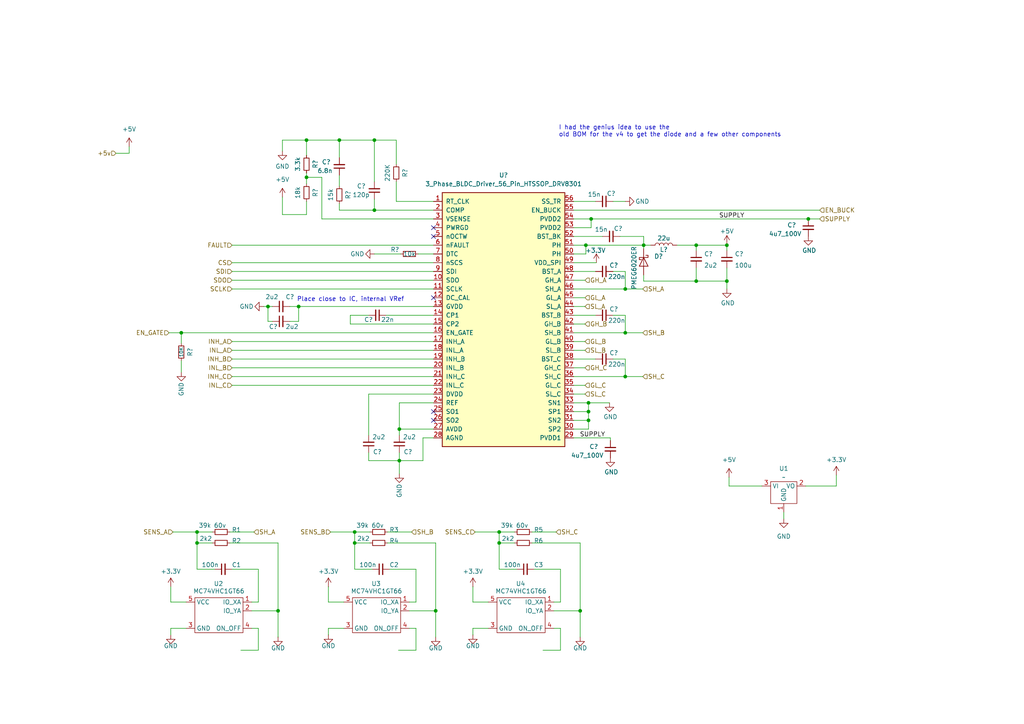
<source format=kicad_sch>
(kicad_sch (version 20231120) (generator "eeschema") (generator_version "8.0")
  (paper "A4")
  (lib_symbols
    (symbol "+3.3V_1" (power) (pin_numbers hide) (pin_names (offset 0) hide)
      (property "Value" "+3.3V" (at 0 3.556 0))
      (symbol "+3.3V_1_0_1"
        (polyline (pts (xy -0.762 1.27) (xy 0 2.54)))
        (polyline (pts (xy 0 0) (xy 0 2.54)))
        (polyline (pts (xy 0 2.54) (xy 0.762 1.27)))
      )
      (symbol "+3.3V_1_1_1"
        (pin power_in line (at 0 0 90) (length 0) (name "~") (number "1"))
      )
    )
    (symbol "+3.3V_2" (power) (pin_numbers hide) (pin_names (offset 0) hide)
      (property "Value" "+3.3V" (at 0 3.556 0))
      (symbol "+3.3V_2_0_1"
        (polyline (pts (xy -0.762 1.27) (xy 0 2.54)))
        (polyline (pts (xy 0 0) (xy 0 2.54)))
        (polyline (pts (xy 0 2.54) (xy 0.762 1.27)))
      )
      (symbol "+3.3V_2_1_1"
        (pin power_in line (at 0 0 90) (length 0) (name "~") (number "1"))
      )
    )
    (symbol "+5V_1" (power) (pin_names (offset 0))
      (property "Value" "+5V_1" (at 0 3.556 0))
      (symbol "+5V_1_0_1"
        (polyline (pts (xy -0.762 1.27) (xy 0 2.54)))
        (polyline (pts (xy 0 0) (xy 0 2.54)))
        (polyline (pts (xy 0 2.54) (xy 0.762 1.27)))
      )
      (symbol "+5V_1_1_1"
        (pin power_in line (at 0 0 90) (length 0) hide (name "+5V") (number "1"))
      )
    )
    (symbol "Analog_Switch:MC74VHC1GT66"
      (property "Reference" "U2" (at -9.652 5.334 0))
      (property "Value" "MC74VHC1GT66" (at -9.525 3.175 0))
      (symbol "MC74VHC1GT66_0_1"
        (rectangle (start -16.51 1.27) (end -2.54 -8.89))
      )
      (symbol "MC74VHC1GT66_1_1"
        (pin input line (at 0 0 180) (length 2.54) (name "IO_XA") (number "1"))
        (pin input line (at 0 -2.54 180) (length 2.54) (name "IO_YA") (number "2"))
        (pin input line (at -19.05 -7.62 0) (length 2.54) (name "GND") (number "3"))
        (pin input line (at 0 -7.62 180) (length 2.54) (name "ON_OFF") (number "4"))
        (pin input line (at -19.05 0 0) (length 2.54) (name "VCC") (number "5"))
      )
    )
    (symbol "Device:C_Small" (pin_numbers hide) (pin_names (offset 0.254) hide)
      (property "Reference" "C" (at 0.254 1.778 0))
      (property "Value" "C_Small" (at 0.254 -2.032 0))
      (symbol "C_Small_0_1"
        (polyline (pts (xy -1.524 -0.508) (xy 1.524 -0.508)) (stroke (width 0.3302)))
        (polyline (pts (xy -1.524 0.508) (xy 1.524 0.508)) (stroke (width 0.3048)))
      )
      (symbol "C_Small_1_1"
        (pin passive line (at 0 2.54 270) (length 2.032) (name "~") (number "1"))
        (pin passive line (at 0 -2.54 90) (length 2.032) (name "~") (number "2"))
      )
    )
    (symbol "Device:L" (pin_numbers hide) (pin_names (offset 1.016) hide)
      (property "Reference" "L" (at -1.27 0 90))
      (property "Value" "L" (at 1.905 0 90))
      (symbol "L_0_1"
        (arc (start 0 -2.54) (mid 0.6323 -1.905) (end 0 -1.27))
        (arc (start 0 -1.27) (mid 0.6323 -0.635) (end 0 0))
        (arc (start 0 0) (mid 0.6323 0.635) (end 0 1.27))
        (arc (start 0 1.27) (mid 0.6323 1.905) (end 0 2.54))
      )
      (symbol "L_1_1"
        (pin passive line (at 0 3.81 270) (length 1.27) (name "1") (number "1"))
        (pin passive line (at 0 -3.81 90) (length 1.27) (name "2") (number "2"))
      )
    )
    (symbol "Device:R_Small" (pin_numbers hide) (pin_names (offset 0.254) hide)
      (property "Reference" "R" (at 0.762 0.508 0))
      (property "Value" "R_Small" (at 0.762 -1.016 0))
      (symbol "R_Small_0_1"
        (rectangle (start -0.762 1.778) (end 0.762 -1.778) (stroke (width 0.2032)))
      )
      (symbol "R_Small_1_1"
        (pin passive line (at 0 2.54 270) (length 0.762) (name "~") (number "1"))
        (pin passive line (at 0 -2.54 90) (length 0.762) (name "~") (number "2"))
      )
    )
    (symbol "Diode:PMEG6020ER" (pin_numbers hide) (pin_names hide)
      (property "Reference" "D" (at 0 2.54 0))
      (property "Value" "PMEG6020ER" (at 0 -2.54 0))
      (symbol "PMEG6020ER_0_1"
        (polyline (pts (xy 1.27 0) (xy -1.27 0)))
        (polyline (pts (xy 1.27 1.27) (xy 1.27 -1.27) (xy -1.27 0) (xy 1.27 1.27)) (stroke (width 0.2032)))
        (polyline (pts (xy -1.905 0.635) (xy -1.905 1.27) (xy -1.27 1.27) (xy -1.27 -1.27) (xy -0.635 -1.27) (xy -0.635 -0.635)) (stroke (width 0.2032)))
      )
      (symbol "PMEG6020ER_1_1"
        (pin passive line (at -3.81 0 0) (length 2.54) (name "K") (number "1"))
        (pin passive line (at 3.81 0 180) (length 2.54) (name "A") (number "2"))
      )
    )
    (symbol "GND_1" (power) (pin_numbers hide) (pin_names (offset 0) hide)
      (property "Value" "GND" (at 0 -3.81 0))
      (symbol "GND_1_0_1"
        (polyline (pts (xy 0 0) (xy 0 -1.27) (xy 1.27 -1.27) (xy 0 -2.54) (xy -1.27 -1.27) (xy 0 -1.27)))
      )
      (symbol "GND_1_1_1"
        (pin power_in line (at 0 0 270) (length 0) (name "~") (number "1"))
      )
    )
    (symbol "GND_2" (power) (pin_numbers hide) (pin_names (offset 0) hide)
      (property "Value" "GND" (at 0 -3.81 0))
      (symbol "GND_2_0_1"
        (polyline (pts (xy 0 0) (xy 0 -1.27) (xy 1.27 -1.27) (xy 0 -2.54) (xy -1.27 -1.27) (xy 0 -1.27)))
      )
      (symbol "GND_2_1_1"
        (pin power_in line (at 0 0 270) (length 0) (name "~") (number "1"))
      )
    )
    (symbol "Regulator_Linear:TC2117-3.3VDBTR"
      (property "Reference" "U" (at 0 2.54 0))
      (symbol "TC2117-3.3VDBTR_0_1"
        (rectangle (start -3.81 0) (end 3.81 -6.35))
      )
      (symbol "TC2117-3.3VDBTR_1_1"
        (pin input line (at 0 -8.89 90) (length 2.54) (name "GND") (number "1"))
        (pin input line (at 6.35 -1.27 180) (length 2.54) (name "VO") (number "2"))
        (pin input line (at -6.35 -1.27 0) (length 2.54) (name "VI") (number "3"))
      )
    )
    (symbol "_teo_ic-other:3_Phase_BLDC_Driver_56_Pin_HTSSOP_DRV8301" (pin_names (offset 1.016))
      (property "Reference" "U" (at -17.78 36.83 0))
      (property "Value" "3_Phase_BLDC_Driver_56_Pin_HTSSOP_DRV8301" (at -17.78 -40.64 0))
      (symbol "3_Phase_BLDC_Driver_56_Pin_HTSSOP_DRV8301_0_1"
        (rectangle (start -17.78 35.56) (end 17.78 -38.1) (stroke (width 0.254)) (fill (type background)))
      )
      (symbol "3_Phase_BLDC_Driver_56_Pin_HTSSOP_DRV8301_1_1"
        (pin input line (at -20.32 33.02 0) (length 2.54) (name "RT_CLK") (number "1"))
        (pin input line (at -20.32 10.16 0) (length 2.54) (name "SDO") (number "10"))
        (pin input line (at -20.32 7.62 0) (length 2.54) (name "SCLK") (number "11"))
        (pin input line (at -20.32 5.08 0) (length 2.54) (name "DC_CAL") (number "12"))
        (pin power_out line (at -20.32 2.54 0) (length 2.54) (name "GVDD") (number "13"))
        (pin bidirectional line (at -20.32 0 0) (length 2.54) (name "CP1") (number "14"))
        (pin bidirectional line (at -20.32 -2.54 0) (length 2.54) (name "CP2") (number "15"))
        (pin input line (at -20.32 -5.08 0) (length 2.54) (name "EN_GATE") (number "16"))
        (pin input line (at -20.32 -7.62 0) (length 2.54) (name "INH_A") (number "17"))
        (pin input line (at -20.32 -10.16 0) (length 2.54) (name "INL_A") (number "18"))
        (pin input line (at -20.32 -12.7 0) (length 2.54) (name "INH_B") (number "19"))
        (pin input line (at -20.32 30.48 0) (length 2.54) (name "COMP") (number "2"))
        (pin input line (at -20.32 -15.24 0) (length 2.54) (name "INL_B") (number "20"))
        (pin input line (at -20.32 -17.78 0) (length 2.54) (name "INH_C") (number "21"))
        (pin input line (at -20.32 -20.32 0) (length 2.54) (name "INL_C") (number "22"))
        (pin power_out line (at -20.32 -22.86 0) (length 2.54) (name "DVDD") (number "23"))
        (pin power_in line (at -20.32 -25.4 0) (length 2.54) (name "REF") (number "24"))
        (pin power_in line (at -20.32 -27.94 0) (length 2.54) (name "SO1") (number "25"))
        (pin power_in line (at -20.32 -30.48 0) (length 2.54) (name "SO2") (number "26"))
        (pin power_in line (at -20.32 -33.02 0) (length 2.54) (name "AVDD") (number "27"))
        (pin power_in line (at -20.32 -35.56 0) (length 2.54) (name "AGND") (number "28"))
        (pin power_in line (at 20.32 -35.56 180) (length 2.54) (name "PVDD1") (number "29"))
        (pin input line (at -20.32 27.94 0) (length 2.54) (name "VSENSE") (number "3"))
        (pin input line (at 20.32 -33.02 180) (length 2.54) (name "SP2") (number "30"))
        (pin input line (at 20.32 -30.48 180) (length 2.54) (name "SN2") (number "31"))
        (pin input line (at 20.32 -27.94 180) (length 2.54) (name "SP1") (number "32"))
        (pin input line (at 20.32 -25.4 180) (length 2.54) (name "SN1") (number "33"))
        (pin bidirectional line (at 20.32 -22.86 180) (length 2.54) (name "SL_C") (number "34"))
        (pin bidirectional line (at 20.32 -20.32 180) (length 2.54) (name "GL_C") (number "35"))
        (pin bidirectional line (at 20.32 -17.78 180) (length 2.54) (name "SH_C") (number "36"))
        (pin bidirectional line (at 20.32 -15.24 180) (length 2.54) (name "GH_C") (number "37"))
        (pin power_out line (at 20.32 -12.7 180) (length 2.54) (name "BST_C") (number "38"))
        (pin bidirectional line (at 20.32 -10.16 180) (length 2.54) (name "SL_B") (number "39"))
        (pin open_collector line (at -20.32 25.4 0) (length 2.54) (name "PWRGD") (number "4"))
        (pin bidirectional line (at 20.32 -7.62 180) (length 2.54) (name "GL_B") (number "40"))
        (pin bidirectional line (at 20.32 -5.08 180) (length 2.54) (name "SH_B") (number "41"))
        (pin bidirectional line (at 20.32 -2.54 180) (length 2.54) (name "GH_B") (number "42"))
        (pin power_out line (at 20.32 0 180) (length 2.54) (name "BST_B") (number "43"))
        (pin bidirectional line (at 20.32 2.54 180) (length 2.54) (name "SL_A") (number "44"))
        (pin bidirectional line (at 20.32 5.08 180) (length 2.54) (name "GL_A") (number "45"))
        (pin bidirectional line (at 20.32 7.62 180) (length 2.54) (name "SH_A") (number "46"))
        (pin bidirectional line (at 20.32 10.16 180) (length 2.54) (name "GH_A") (number "47"))
        (pin power_out line (at 20.32 12.7 180) (length 2.54) (name "BST_A") (number "48"))
        (pin power_in line (at 20.32 15.24 180) (length 2.54) (name "VDD_SPI") (number "49"))
        (pin open_collector line (at -20.32 22.86 0) (length 2.54) (name "nOCTW") (number "5"))
        (pin power_out line (at 20.32 17.78 180) (length 2.54) (name "PH") (number "50"))
        (pin power_out line (at 20.32 20.32 180) (length 2.54) (name "PH") (number "51"))
        (pin power_out line (at 20.32 22.86 180) (length 2.54) (name "BST_BK") (number "52"))
        (pin power_in line (at 20.32 25.4 180) (length 2.54) (name "PVDD2") (number "53"))
        (pin power_in line (at 20.32 27.94 180) (length 2.54) (name "PVDD2") (number "54"))
        (pin input line (at 20.32 30.48 180) (length 2.54) (name "EN_BUCK") (number "55"))
        (pin power_out line (at 20.32 33.02 180) (length 2.54) (name "SS_TR") (number "56"))
        (pin open_collector line (at -20.32 20.32 0) (length 2.54) (name "nFAULT") (number "6"))
        (pin input line (at -20.32 17.78 0) (length 2.54) (name "DTC") (number "7"))
        (pin power_in line (at -20.32 15.24 0) (length 2.54) (name "nSCS") (number "8"))
        (pin input line (at -20.32 12.7 0) (length 2.54) (name "SDI") (number "9"))
      )
    )
    (symbol "power:+3.3V" (power) (pin_names (offset 0))
      (property "Value" "+3.3V" (at 0 3.556 0))
      (symbol "+3.3V_0_1"
        (polyline (pts (xy -0.762 1.27) (xy 0 2.54)))
        (polyline (pts (xy 0 0) (xy 0 2.54)))
        (polyline (pts (xy 0 2.54) (xy 0.762 1.27)))
      )
      (symbol "+3.3V_1_1"
        (pin power_in line (at 0 0 90) (length 0) hide (name "+3.3V") (number "1"))
      )
    )
    (symbol "power:+5V" (power) (pin_names (offset 0))
      (property "Value" "+5V" (at 0 3.556 0))
      (symbol "+5V_0_1"
        (polyline (pts (xy -0.762 1.27) (xy 0 2.54)))
        (polyline (pts (xy 0 0) (xy 0 2.54)))
        (polyline (pts (xy 0 2.54) (xy 0.762 1.27)))
      )
      (symbol "+5V_1_1"
        (pin power_in line (at 0 0 90) (length 0) hide (name "+5V") (number "1"))
      )
    )
    (symbol "power:GND" (power) (pin_names (offset 0))
      (property "Value" "GND" (at 0 -3.81 0))
      (symbol "GND_0_1"
        (polyline (pts (xy 0 0) (xy 0 -1.27) (xy 1.27 -1.27) (xy 0 -2.54) (xy -1.27 -1.27) (xy 0 -1.27)))
      )
      (symbol "GND_1_1"
        (pin power_in line (at 0 0 270) (length 0) hide (name "GND") (number "1"))
      )
    )
  )
  (junction (at 98.425 40.64))
  (junction (at 170.688 121.92))
  (junction (at 88.9 51.435))
  (junction (at 77.724 88.9))
  (junction (at 201.93 71.12))
  (junction (at 57.15 154.305))
  (junction (at 102.87 154.305))
  (junction (at 108.585 60.96))
  (junction (at 144.78 157.48))
  (junction (at 115.824 133.604))
  (junction (at 108.585 40.64))
  (junction (at 170.688 119.38))
  (junction (at 171.45 63.5))
  (junction (at 181.356 109.22))
  (junction (at 169.926 71.12))
  (junction (at 168.275 177.165))
  (junction (at 88.9 40.64))
  (junction (at 57.15 157.48))
  (junction (at 181.356 83.82))
  (junction (at 126.365 177.165))
  (junction (at 102.87 157.48))
  (junction (at 80.645 177.165))
  (junction (at 86.614 88.9))
  (junction (at 52.578 96.52))
  (junction (at 201.93 81.534))
  (junction (at 115.824 124.46))
  (junction (at 210.82 81.534))
  (junction (at 186.69 71.12))
  (junction (at 210.82 71.12))
  (junction (at 234.442 63.5))
  (junction (at 170.688 116.84))
  (junction (at 144.78 154.305))
  (junction (at 181.356 96.52))
  (no_connect (at 125.73 86.36))
  (no_connect (at 125.73 121.92))
  (no_connect (at 125.73 68.58))
  (no_connect (at 125.73 66.04))
  (no_connect (at 125.73 119.38))
  (wire (pts (xy 227.33 148.59) (xy 227.33 150.495)))
  (wire (pts (xy 102.87 154.305) (xy 102.87 157.48)))
  (wire (pts (xy 166.37 119.38) (xy 170.688 119.38)))
  (wire (pts (xy 170.688 121.92) (xy 170.688 124.46)))
  (wire (pts (xy 102.87 165.1) (xy 102.87 157.48)))
  (wire (pts (xy 154.305 157.48) (xy 168.275 157.48)))
  (wire (pts (xy 166.37 81.28) (xy 169.672 81.28)))
  (wire (pts (xy 166.37 91.44) (xy 172.72 91.44)))
  (wire (pts (xy 171.45 63.5) (xy 166.37 63.5)))
  (wire (pts (xy 210.82 72.644) (xy 210.82 71.12)))
  (wire (pts (xy 74.93 182.245) (xy 74.93 188.595)))
  (wire (pts (xy 67.31 111.76) (xy 125.73 111.76)))
  (wire (pts (xy 181.356 96.52) (xy 181.356 91.44)))
  (wire (pts (xy 186.69 71.12) (xy 186.69 72.136)))
  (wire (pts (xy 171.45 63.5) (xy 234.442 63.5)))
  (wire (pts (xy 81.915 40.64) (xy 81.915 43.815)))
  (wire (pts (xy 98.425 40.64) (xy 108.585 40.64)))
  (wire (pts (xy 210.82 70.866) (xy 210.82 71.12)))
  (wire (pts (xy 106.934 126.238) (xy 106.934 114.3)))
  (wire (pts (xy 98.425 59.055) (xy 98.425 60.96)))
  (wire (pts (xy 118.745 177.165) (xy 126.365 177.165)))
  (wire (pts (xy 181.356 109.22) (xy 186.436 109.22)))
  (wire (pts (xy 81.915 57.15) (xy 81.915 62.23)))
  (wire (pts (xy 166.37 88.9) (xy 169.672 88.9)))
  (wire (pts (xy 170.688 119.38) (xy 170.688 116.84)))
  (wire (pts (xy 57.15 154.305) (xy 57.15 157.48)))
  (wire (pts (xy 62.23 165.1) (xy 57.15 165.1)))
  (wire (pts (xy 126.365 157.48) (xy 126.365 177.165)))
  (wire (pts (xy 149.225 154.305) (xy 144.78 154.305)))
  (wire (pts (xy 162.56 182.245) (xy 162.56 188.595)))
  (wire (pts (xy 210.82 71.12) (xy 201.93 71.12)))
  (wire (pts (xy 108.585 40.64) (xy 114.935 40.64)))
  (wire (pts (xy 115.824 133.604) (xy 115.824 137.414)))
  (wire (pts (xy 234.442 63.5) (xy 237.744 63.5)))
  (wire (pts (xy 201.93 71.12) (xy 201.93 72.644)))
  (wire (pts (xy 52.578 96.52) (xy 52.578 99.568)))
  (wire (pts (xy 157.48 188.595) (xy 162.56 188.595)))
  (wire (pts (xy 115.824 133.604) (xy 122.682 133.604)))
  (wire (pts (xy 160.655 182.245) (xy 162.56 182.245)))
  (wire (pts (xy 171.45 66.04) (xy 171.45 63.5)))
  (wire (pts (xy 88.9 51.435) (xy 93.345 51.435)))
  (wire (pts (xy 101.6 91.44) (xy 101.6 93.98)))
  (wire (pts (xy 166.37 109.22) (xy 181.356 109.22)))
  (wire (pts (xy 179.832 68.58) (xy 186.69 68.58)))
  (wire (pts (xy 181.356 104.14) (xy 177.8 104.14)))
  (wire (pts (xy 186.69 71.12) (xy 188.722 71.12)))
  (wire (pts (xy 186.69 79.756) (xy 186.69 81.534)))
  (wire (pts (xy 166.37 104.14) (xy 172.72 104.14)))
  (wire (pts (xy 170.688 116.84) (xy 176.784 116.84)))
  (wire (pts (xy 108.585 73.66) (xy 116.205 73.66)))
  (wire (pts (xy 141.605 174.625) (xy 137.16 174.625)))
  (wire (pts (xy 88.9 58.42) (xy 88.9 62.23)))
  (wire (pts (xy 52.578 96.52) (xy 125.73 96.52)))
  (wire (pts (xy 166.37 93.98) (xy 169.672 93.98)))
  (wire (pts (xy 33.655 44.45) (xy 37.465 44.45)))
  (wire (pts (xy 166.37 83.82) (xy 181.356 83.82)))
  (wire (pts (xy 69.85 188.595) (xy 74.93 188.595)))
  (wire (pts (xy 77.724 88.9) (xy 76.454 88.9)))
  (wire (pts (xy 125.73 127) (xy 122.682 127)))
  (wire (pts (xy 144.78 165.1) (xy 144.78 157.48)))
  (wire (pts (xy 57.15 157.48) (xy 61.595 157.48)))
  (wire (pts (xy 137.795 154.305) (xy 144.78 154.305)))
  (wire (pts (xy 80.645 157.48) (xy 80.645 177.165)))
  (wire (pts (xy 181.356 83.82) (xy 186.436 83.82)))
  (wire (pts (xy 186.69 81.534) (xy 201.93 81.534)))
  (wire (pts (xy 196.342 71.12) (xy 201.93 71.12)))
  (wire (pts (xy 107.315 154.305) (xy 102.87 154.305)))
  (wire (pts (xy 67.31 78.74) (xy 125.73 78.74)))
  (wire (pts (xy 186.69 68.58) (xy 186.69 71.12)))
  (wire (pts (xy 99.695 174.625) (xy 95.25 174.625)))
  (wire (pts (xy 166.37 66.04) (xy 171.45 66.04)))
  (wire (pts (xy 166.37 114.3) (xy 169.672 114.3)))
  (wire (pts (xy 120.65 182.245) (xy 120.65 188.595)))
  (wire (pts (xy 86.614 93.218) (xy 86.614 88.9)))
  (wire (pts (xy 166.37 86.36) (xy 169.672 86.36)))
  (wire (pts (xy 61.595 154.305) (xy 57.15 154.305)))
  (wire (pts (xy 49.022 96.52) (xy 52.578 96.52)))
  (wire (pts (xy 201.93 77.724) (xy 201.93 81.534)))
  (wire (pts (xy 106.934 133.604) (xy 106.934 131.318)))
  (wire (pts (xy 88.9 40.64) (xy 81.915 40.64)))
  (wire (pts (xy 95.25 170.18) (xy 95.25 174.625)))
  (wire (pts (xy 162.56 174.625) (xy 162.56 165.1)))
  (wire (pts (xy 93.345 63.5) (xy 125.73 63.5)))
  (wire (pts (xy 125.73 116.84) (xy 115.824 116.84)))
  (wire (pts (xy 154.305 154.305) (xy 161.29 154.305)))
  (wire (pts (xy 88.9 62.23) (xy 81.915 62.23)))
  (wire (pts (xy 162.56 165.1) (xy 154.94 165.1)))
  (wire (pts (xy 52.578 104.648) (xy 52.578 107.95)))
  (wire (pts (xy 95.25 182.245) (xy 99.695 182.245)))
  (wire (pts (xy 67.31 81.28) (xy 125.73 81.28)))
  (wire (pts (xy 166.37 111.76) (xy 169.672 111.76)))
  (wire (pts (xy 115.57 188.595) (xy 120.65 188.595)))
  (wire (pts (xy 115.824 133.604) (xy 106.934 133.604)))
  (wire (pts (xy 49.53 170.18) (xy 49.53 174.625)))
  (wire (pts (xy 112.395 157.48) (xy 126.365 157.48)))
  (wire (pts (xy 210.82 77.724) (xy 210.82 81.534)))
  (wire (pts (xy 88.9 51.435) (xy 88.9 53.34)))
  (wire (pts (xy 137.16 184.15) (xy 137.16 182.245)))
  (wire (pts (xy 125.73 58.42) (xy 114.935 58.42)))
  (wire (pts (xy 168.275 177.165) (xy 168.275 184.785)))
  (wire (pts (xy 166.37 68.58) (xy 174.752 68.58)))
  (wire (pts (xy 74.93 165.1) (xy 67.31 165.1)))
  (wire (pts (xy 106.934 91.44) (xy 101.6 91.44)))
  (wire (pts (xy 95.885 154.305) (xy 102.87 154.305)))
  (wire (pts (xy 67.31 104.14) (xy 125.73 104.14)))
  (wire (pts (xy 107.95 165.1) (xy 102.87 165.1)))
  (wire (pts (xy 181.356 96.52) (xy 186.436 96.52)))
  (wire (pts (xy 73.025 182.245) (xy 74.93 182.245)))
  (wire (pts (xy 53.975 174.625) (xy 49.53 174.625)))
  (wire (pts (xy 169.926 71.12) (xy 169.926 73.66)))
  (wire (pts (xy 50.165 154.305) (xy 57.15 154.305)))
  (wire (pts (xy 67.31 109.22) (xy 125.73 109.22)))
  (wire (pts (xy 80.645 177.165) (xy 80.645 184.785)))
  (wire (pts (xy 98.425 40.64) (xy 88.9 40.64)))
  (wire (pts (xy 78.994 88.9) (xy 77.724 88.9)))
  (wire (pts (xy 86.614 88.9) (xy 125.73 88.9)))
  (wire (pts (xy 122.682 127) (xy 122.682 133.604)))
  (wire (pts (xy 211.455 140.97) (xy 220.98 140.97)))
  (wire (pts (xy 74.93 174.625) (xy 74.93 165.1)))
  (wire (pts (xy 118.745 174.625) (xy 120.65 174.625)))
  (wire (pts (xy 137.16 182.245) (xy 141.605 182.245)))
  (wire (pts (xy 166.37 78.74) (xy 172.72 78.74)))
  (wire (pts (xy 95.25 184.15) (xy 95.25 182.245)))
  (wire (pts (xy 88.9 45.085) (xy 88.9 40.64)))
  (wire (pts (xy 181.356 91.44) (xy 177.8 91.44)))
  (wire (pts (xy 168.275 157.48) (xy 168.275 177.165)))
  (wire (pts (xy 144.78 157.48) (xy 149.225 157.48)))
  (wire (pts (xy 77.724 93.218) (xy 78.994 93.218)))
  (wire (pts (xy 86.614 93.218) (xy 84.074 93.218)))
  (wire (pts (xy 108.585 60.96) (xy 125.73 60.96)))
  (wire (pts (xy 108.585 57.785) (xy 108.585 60.96)))
  (wire (pts (xy 166.37 99.06) (xy 169.672 99.06)))
  (wire (pts (xy 115.824 116.84) (xy 115.824 124.46)))
  (wire (pts (xy 166.37 116.84) (xy 170.688 116.84)))
  (wire (pts (xy 66.675 157.48) (xy 80.645 157.48)))
  (wire (pts (xy 233.68 140.97) (xy 242.57 140.97)))
  (wire (pts (xy 66.675 154.305) (xy 73.66 154.305)))
  (wire (pts (xy 166.37 121.92) (xy 170.688 121.92)))
  (wire (pts (xy 121.285 73.66) (xy 125.73 73.66)))
  (wire (pts (xy 242.57 137.795) (xy 242.57 140.97)))
  (wire (pts (xy 120.65 165.1) (xy 113.03 165.1)))
  (wire (pts (xy 98.425 60.96) (xy 108.585 60.96)))
  (wire (pts (xy 112.014 91.44) (xy 125.73 91.44)))
  (wire (pts (xy 201.93 81.534) (xy 210.82 81.534)))
  (wire (pts (xy 177.8 58.42) (xy 181.356 58.42)))
  (wire (pts (xy 144.78 154.305) (xy 144.78 157.48)))
  (wire (pts (xy 37.465 44.45) (xy 37.465 42.545)))
  (wire (pts (xy 114.935 58.42) (xy 114.935 52.705)))
  (wire (pts (xy 57.15 165.1) (xy 57.15 157.48)))
  (wire (pts (xy 115.824 124.46) (xy 115.824 126.238)))
  (wire (pts (xy 166.37 127) (xy 177.038 127)))
  (wire (pts (xy 118.745 182.245) (xy 120.65 182.245)))
  (wire (pts (xy 166.37 124.46) (xy 170.688 124.46)))
  (wire (pts (xy 166.37 58.42) (xy 172.72 58.42)))
  (wire (pts (xy 98.425 40.64) (xy 98.425 45.72)))
  (wire (pts (xy 169.926 71.12) (xy 186.69 71.12)))
  (wire (pts (xy 170.688 119.38) (xy 170.688 121.92)))
  (wire (pts (xy 166.37 71.12) (xy 169.926 71.12)))
  (wire (pts (xy 93.345 51.435) (xy 93.345 63.5)))
  (wire (pts (xy 84.074 88.9) (xy 86.614 88.9)))
  (wire (pts (xy 98.425 50.8) (xy 98.425 53.975)))
  (wire (pts (xy 177.038 127) (xy 177.038 127.762)))
  (wire (pts (xy 166.37 73.66) (xy 169.926 73.66)))
  (wire (pts (xy 106.934 114.3) (xy 125.73 114.3)))
  (wire (pts (xy 166.37 106.68) (xy 169.672 106.68)))
  (wire (pts (xy 88.9 50.165) (xy 88.9 51.435)))
  (wire (pts (xy 166.37 96.52) (xy 181.356 96.52)))
  (wire (pts (xy 160.655 177.165) (xy 168.275 177.165)))
  (wire (pts (xy 114.935 47.625) (xy 114.935 40.64)))
  (wire (pts (xy 49.53 184.15) (xy 49.53 182.245)))
  (wire (pts (xy 67.31 99.06) (xy 125.73 99.06)))
  (wire (pts (xy 181.356 109.22) (xy 181.356 104.14)))
  (wire (pts (xy 67.31 76.2) (xy 125.73 76.2)))
  (wire (pts (xy 149.86 165.1) (xy 144.78 165.1)))
  (wire (pts (xy 115.824 133.604) (xy 115.824 131.318)))
  (wire (pts (xy 120.65 174.625) (xy 120.65 165.1)))
  (wire (pts (xy 49.53 182.245) (xy 53.975 182.245)))
  (wire (pts (xy 73.025 174.625) (xy 74.93 174.625)))
  (wire (pts (xy 67.31 106.68) (xy 125.73 106.68)))
  (wire (pts (xy 211.455 138.43) (xy 211.455 140.97)))
  (wire (pts (xy 137.16 170.18) (xy 137.16 174.625)))
  (wire (pts (xy 67.31 71.12) (xy 125.73 71.12)))
  (wire (pts (xy 237.744 60.96) (xy 166.37 60.96)))
  (wire (pts (xy 101.6 93.98) (xy 125.73 93.98)))
  (wire (pts (xy 181.356 78.74) (xy 177.8 78.74)))
  (wire (pts (xy 73.025 177.165) (xy 80.645 177.165)))
  (wire (pts (xy 67.31 101.6) (xy 125.73 101.6)))
  (wire (pts (xy 166.37 101.6) (xy 169.672 101.6)))
  (wire (pts (xy 210.82 81.534) (xy 210.82 83.82)))
  (wire (pts (xy 166.37 76.2) (xy 172.974 76.2)))
  (wire (pts (xy 102.87 157.48) (xy 107.315 157.48)))
  (wire (pts (xy 67.31 83.82) (xy 125.73 83.82)))
  (wire (pts (xy 160.655 174.625) (xy 162.56 174.625)))
  (wire (pts (xy 112.395 154.305) (xy 119.38 154.305)))
  (wire (pts (xy 108.585 40.64) (xy 108.585 52.705)))
  (wire (pts (xy 115.824 124.46) (xy 125.73 124.46)))
  (wire (pts (xy 126.365 177.165) (xy 126.365 184.785)))
  (wire (pts (xy 181.356 83.82) (xy 181.356 78.74)))
  (wire (pts (xy 77.724 88.9) (xy 77.724 93.218)))
  (text "Place close to IC, internal VRef" (at 86.106 87.63 0) (effects (font (size 1.27 1.27)) (justify left bottom)))
  (text "I had the genius idea to use the \nold BOM for the v4 to get the diode and a few other components\n" (at 162.052 39.878 0) (effects (font (size 1.27 1.27)) (justify left bottom)))
  (label "SUPPLY" (at 208.534 63.5 0))
  (label "SUPPLY" (at 168.148 127 0))
  (hierarchical_label "CS" (shape input) (at 67.31 76.2 180))
  (hierarchical_label "SUPPLY" (shape input) (at 237.744 63.5 0))
  (hierarchical_label "SENS_B" (shape input) (at 95.885 154.305 180))
  (hierarchical_label "FAULT" (shape input) (at 67.31 71.12 180))
  (hierarchical_label "SDO" (shape input) (at 67.31 81.28 180))
  (hierarchical_label "SL_A" (shape input) (at 169.672 88.9 0))
  (hierarchical_label "SH_C" (shape input) (at 186.436 109.22 0))
  (hierarchical_label "SH_C" (shape input) (at 161.29 154.305 0))
  (hierarchical_label "INL_B" (shape input) (at 67.31 106.68 180))
  (hierarchical_label "SDI" (shape input) (at 67.31 78.74 180))
  (hierarchical_label "GL_B" (shape input) (at 169.672 99.06 0))
  (hierarchical_label "SH_A" (shape input) (at 186.436 83.82 0))
  (hierarchical_label "INH_C" (shape input) (at 67.31 109.22 180))
  (hierarchical_label "GH_B" (shape input) (at 169.672 93.98 0))
  (hierarchical_label "SH_B" (shape input) (at 119.38 154.305 0))
  (hierarchical_label "+5v" (shape input) (at 33.655 44.45 180))
  (hierarchical_label "SCLK" (shape input) (at 67.31 83.82 180))
  (hierarchical_label "INH_B" (shape input) (at 67.31 104.14 180))
  (hierarchical_label "EN_BUCK" (shape input) (at 237.744 60.96 0))
  (hierarchical_label "INL_A" (shape input) (at 67.31 101.6 180))
  (hierarchical_label "GL_A" (shape input) (at 169.672 86.36 0))
  (hierarchical_label "SH_B" (shape input) (at 186.436 96.52 0))
  (hierarchical_label "INL_C" (shape input) (at 67.31 111.76 180))
  (hierarchical_label "SL_C" (shape input) (at 169.672 114.3 0))
  (hierarchical_label "EN_GATE" (shape input) (at 49.022 96.52 180))
  (hierarchical_label "GL_C" (shape input) (at 169.672 111.76 0))
  (hierarchical_label "GH_C" (shape input) (at 169.672 106.68 0))
  (hierarchical_label "SENS_C" (shape input) (at 137.795 154.305 180))
  (hierarchical_label "SENS_A" (shape input) (at 50.165 154.305 180))
  (hierarchical_label "GH_A" (shape input) (at 169.672 81.28 0))
  (hierarchical_label "INH_A" (shape input) (at 67.31 99.06 180))
  (hierarchical_label "SL_B" (shape input) (at 169.672 101.6 0))
  (hierarchical_label "SH_A" (shape input) (at 73.66 154.305 0))
  (symbol (lib_id "Device:C_Small") (at 234.442 66.04 0) (mirror y) (unit 1)
    (property "Reference" "C?" (at 228.346 65.278 0) (effects (justify right)))
    (property "Value" "4u7_100V" (at 223.012 67.818 0) (effects (justify right)))
    (property "Footprint" "Capacitor_SMD:C_0603_1608Metric_Pad1.08x0.95mm_HandSolder" (effects (hide yes)))
  )
  (symbol (lib_id "Device:C_Small") (at 177.038 130.302 0) (mirror y) (unit 1)
    (property "Reference" "C?" (at 170.942 129.54 0) (effects (justify right)))
    (property "Value" "4u7_100V" (at 165.608 132.08 0) (effects (justify right)))
    (property "Footprint" "Capacitor_SMD:C_0603_1608Metric_Pad1.08x0.95mm_HandSolder" (effects (hide yes)))
  )
  (symbol (lib_id "power:GND") (at 176.784 116.84 0) (unit 1)
    (property "Reference" "#PWR?" (effects (hide yes)))
    (property "Value" "GND" (at 175.006 120.904 0) (effects (justify left)))
  )
  (symbol (lib_id "Device:C_Small") (at 152.4 165.1 90) (unit 1)
    (property "Reference" "C3" (at 156.21 163.83 90))
    (property "Value" "100n" (at 148.59 163.83 90))
    (property "Description" "Unpolarized capacitor, small symbol" (effects (hide yes)))
  )
  (symbol (lib_id "Device:C_Small") (at 81.534 88.9 90) (unit 1)
    (property "Reference" "C?" (at 82.804 86.106 90) (effects (justify right)))
    (property "Value" "2u2" (at 76.962 86.106 90) (effects (justify right)))
    (property "Footprint" "Capacitor_SMD:C_0603_1608Metric_Pad1.08x0.95mm_HandSolder" (effects (hide yes)))
  )
  (symbol (lib_id "power:GND") (at 177.038 132.842 0) (unit 1)
    (property "Reference" "#PWR?" (effects (hide yes)))
    (property "Value" "GND" (at 175.26 136.906 0) (effects (justify left)))
  )
  (symbol (lib_name "GND_1") (lib_id "power:GND") (at 95.25 184.15 0) (unit 1)
    (property "Reference" "#PWR08" (effects (hide yes)))
    (property "Value" "GND" (at 95.25 187.325 0))
    (property "Description" "Power symbol creates a global label with name \"GND\" , ground" (effects (hide yes)))
  )
  (symbol (lib_name "GND_1") (lib_id "power:GND") (at 126.365 184.785 0) (unit 1)
    (property "Reference" "#PWR09" (effects (hide yes)))
    (property "Value" "GND" (at 126.365 187.96 0))
    (property "Description" "Power symbol creates a global label with name \"GND\" , ground" (effects (hide yes)))
  )
  (symbol (lib_id "Device:C_Small") (at 175.26 58.42 270) (mirror x) (unit 1)
    (property "Reference" "C?" (at 178.562 56.134 90) (effects (justify right)))
    (property "Value" "15n" (at 174.244 56.388 90) (effects (justify right)))
    (property "Footprint" "Capacitor_SMD:C_0603_1608Metric_Pad1.08x0.95mm_HandSolder" (effects (hide yes)))
  )
  (symbol (lib_id "Device:R_Small") (at 109.855 157.48 90) (unit 1)
    (property "Reference" "R4" (at 114.3 156.845 90))
    (property "Value" "2k2" (at 105.41 156.21 90))
    (property "Description" "Resistor, small symbol" (effects (hide yes)))
  )
  (symbol (lib_id "power:+5V") (at 37.465 42.545 0) (unit 1)
    (property "Reference" "#PWR?" (effects (hide yes)))
    (property "Value" "+5V" (at 37.465 37.465 0))
  )
  (symbol (lib_id "Device:C_Small") (at 175.26 91.44 270) (mirror x) (unit 1)
    (property "Reference" "C?" (at 179.324 89.662 90) (effects (justify right)))
    (property "Value" "220n" (at 181.356 92.964 90) (effects (justify right)))
    (property "Footprint" "Capacitor_SMD:C_0603_1608Metric_Pad1.08x0.95mm_HandSolder" (effects (hide yes)))
  )
  (symbol (lib_name "GND_1") (lib_id "power:GND") (at 80.645 184.785 0) (unit 1)
    (property "Reference" "#PWR01" (effects (hide yes)))
    (property "Value" "GND" (at 80.645 187.96 0))
    (property "Description" "Power symbol creates a global label with name \"GND\" , ground" (effects (hide yes)))
  )
  (symbol (lib_name "+3.3V_1") (lib_id "power:+3.3V") (at 242.57 137.795 0) (unit 1)
    (property "Reference" "#PWR05" (effects (hide yes)))
    (property "Value" "+3.3V" (at 242.57 133.35 0))
    (property "Description" "Power symbol creates a global label with name \"+3.3V\"" (effects (hide yes)))
  )
  (symbol (lib_id "power:+3.3V") (at 172.974 76.2 0) (unit 1)
    (property "Reference" "#PWR?" (effects (hide yes)))
    (property "Value" "+3.3V" (at 172.72 72.644 0))
  )
  (symbol (lib_id "power:GND") (at 108.585 73.66 270) (unit 1)
    (property "Reference" "#PWR?" (effects (hide yes)))
    (property "Value" "GND" (at 101.6 73.66 90) (effects (justify left)))
  )
  (symbol (lib_name "+3.3V_2") (lib_id "power:+3.3V") (at 137.16 170.18 0) (unit 1)
    (property "Reference" "#PWR010" (effects (hide yes)))
    (property "Value" "+3.3V" (at 137.16 165.735 0))
    (property "Description" "Power symbol creates a global label with name \"+3.3V\"" (effects (hide yes)))
  )
  (symbol (lib_id "Device:L") (at 192.532 71.12 90) (unit 1)
    (property "Reference" "L?" (at 192.532 72.39 90))
    (property "Value" "22u" (at 192.532 69.088 90))
  )
  (symbol (lib_id "Device:C_Small") (at 175.26 78.74 270) (mirror x) (unit 1)
    (property "Reference" "C?" (at 179.324 76.962 90) (effects (justify right)))
    (property "Value" "220n" (at 181.356 80.264 90) (effects (justify right)))
    (property "Footprint" "Capacitor_SMD:C_0603_1608Metric_Pad1.08x0.95mm_HandSolder" (effects (hide yes)))
  )
  (symbol (lib_id "power:+5V") (at 211.455 138.43 0) (unit 1)
    (property "Reference" "#PWR04" (effects (hide yes)))
    (property "Value" "+5V" (at 211.455 133.35 0))
  )
  (symbol (lib_id "Device:C_Small") (at 177.292 68.58 270) (mirror x) (unit 1)
    (property "Reference" "C?" (at 180.594 66.294 90) (effects (justify right)))
    (property "Value" "15n" (at 176.276 66.548 90) (effects (justify right)))
    (property "Footprint" "Capacitor_SMD:C_0603_1608Metric_Pad1.08x0.95mm_HandSolder" (effects (hide yes)))
  )
  (symbol (lib_id "Device:R_Small") (at 64.135 154.305 90) (unit 1)
    (property "Reference" "R1" (at 68.58 153.67 90))
    (property "Value" "39k 60v" (at 61.595 152.4 90))
    (property "Description" "Resistor, small symbol" (effects (hide yes)))
  )
  (symbol (lib_name "GND_2") (lib_id "power:GND") (at 227.33 150.495 0) (unit 1)
    (property "Reference" "#PWR03" (effects (hide yes)))
    (property "Value" "GND" (at 227.33 155.575 0))
    (property "Description" "Power symbol creates a global label with name \"GND\" , ground" (effects (hide yes)))
  )
  (symbol (lib_id "Analog_Switch:MC74VHC1GT66") (at 118.745 174.625 0) (unit 1)
    (property "Reference" "U3" (at 109.093 169.291 0))
    (property "Value" "MC74VHC1GT66" (at 109.22 171.45 0))
  )
  (symbol (lib_id "Device:R_Small") (at 151.765 157.48 90) (unit 1)
    (property "Reference" "R6" (at 156.21 156.845 90))
    (property "Value" "2k2" (at 147.32 156.21 90))
    (property "Description" "Resistor, small symbol" (effects (hide yes)))
  )
  (symbol (lib_id "Device:R_Small") (at 114.935 50.165 180) (unit 1)
    (property "Reference" "R?" (at 117.475 50.165 90))
    (property "Value" "220K" (at 112.395 50.165 90))
    (property "Footprint" "Resistor_SMD:R_0603_1608Metric_Pad0.98x0.95mm_HandSolder" (effects (hide yes)))
  )
  (symbol (lib_name "+3.3V_2") (lib_id "power:+3.3V") (at 95.25 170.18 0) (unit 1)
    (property "Reference" "#PWR07" (effects (hide yes)))
    (property "Value" "+3.3V" (at 95.25 165.735 0))
    (property "Description" "Power symbol creates a global label with name \"+3.3V\"" (effects (hide yes)))
  )
  (symbol (lib_id "Analog_Switch:MC74VHC1GT66") (at 160.655 174.625 0) (unit 1)
    (property "Reference" "U4" (at 151.003 169.291 0))
    (property "Value" "MC74VHC1GT66" (at 151.13 171.45 0))
  )
  (symbol (lib_name "+3.3V_2") (lib_id "power:+3.3V") (at 49.53 170.18 0) (unit 1)
    (property "Reference" "#PWR06" (effects (hide yes)))
    (property "Value" "+3.3V" (at 49.53 165.735 0))
    (property "Description" "Power symbol creates a global label with name \"+3.3V\"" (effects (hide yes)))
  )
  (symbol (lib_id "Device:C_Small") (at 64.77 165.1 90) (unit 1)
    (property "Reference" "C1" (at 68.58 163.83 90))
    (property "Value" "100n" (at 60.96 163.83 90))
    (property "Description" "Unpolarized capacitor, small symbol" (effects (hide yes)))
  )
  (symbol (lib_id "Regulator_Linear:TC2117-3.3VDBTR") (at 227.33 139.7 0) (unit 1)
    (property "Reference" "U1" (at 227.33 135.89 0))
    (property "Value" "~" (at 227.33 138.43 0))
  )
  (symbol (lib_id "_teo_ic-other:3_Phase_BLDC_Driver_56_Pin_HTSSOP_DRV8301") (at 146.05 91.44 0) (unit 1)
    (property "Reference" "U?" (at 146.05 50.8 0))
    (property "Value" "3_Phase_BLDC_Driver_56_Pin_HTSSOP_DRV8301" (at 146.05 53.34 0))
    (property "Datasheet" "http://www.ti.com/lit/ds/symlink/drv8301.pdf" (effects (hide yes)))
  )
  (symbol (lib_id "power:GND") (at 81.915 43.815 0) (unit 1)
    (property "Reference" "#PWR?" (effects (hide yes)))
    (property "Value" "GND" (at 81.915 48.26 0))
  )
  (symbol (lib_id "Diode:PMEG6020ER") (at 186.69 75.946 270) (unit 1)
    (property "Reference" "D?" (at 189.738 74.3584 90) (effects (justify left)))
    (property "Value" "PMEG6020ER" (at 183.896 71.374 0) (effects (justify left)))
    (property "Footprint" "Diode_SMD:Nexperia_CFP3_SOD-123W" (effects (hide yes)))
    (property "Datasheet" "https://assets.nexperia.com/documents/data-sheet/PMEG6020ER.pdf" (effects (hide yes)))
  )
  (symbol (lib_id "power:GND") (at 210.82 83.82 0) (unit 1)
    (property "Reference" "#PWR?" (effects (hide yes)))
    (property "Value" "GND" (at 209.042 87.884 0) (effects (justify left)))
  )
  (symbol (lib_id "Device:C_Small") (at 108.585 55.245 180) (unit 1)
    (property "Reference" "C?" (at 103.505 53.975 0) (effects (justify right)))
    (property "Value" "120p" (at 102.235 56.515 0) (effects (justify right)))
    (property "Footprint" "Capacitor_SMD:C_0603_1608Metric_Pad1.08x0.95mm_HandSolder" (effects (hide yes)))
  )
  (symbol (lib_name "GND_1") (lib_id "power:GND") (at 49.53 184.15 0) (unit 1)
    (property "Reference" "#PWR02" (effects (hide yes)))
    (property "Value" "GND" (at 49.53 187.325 0))
    (property "Description" "Power symbol creates a global label with name \"GND\" , ground" (effects (hide yes)))
  )
  (symbol (lib_name "GND_1") (lib_id "power:GND") (at 168.275 184.785 0) (unit 1)
    (property "Reference" "#PWR012" (effects (hide yes)))
    (property "Value" "GND" (at 168.275 187.96 0))
    (property "Description" "Power symbol creates a global label with name \"GND\" , ground" (effects (hide yes)))
  )
  (symbol (lib_id "Device:C_Small") (at 81.534 93.218 90) (mirror x) (unit 1)
    (property "Reference" "C?" (at 77.978 94.742 90) (effects (justify right)))
    (property "Value" "2u2" (at 82.804 94.742 90) (effects (justify right)))
    (property "Footprint" "Capacitor_SMD:C_0603_1608Metric_Pad1.08x0.95mm_HandSolder" (effects (hide yes)))
  )
  (symbol (lib_id "Device:C_Small") (at 109.474 91.44 270) (mirror x) (unit 1)
    (property "Reference" "C?" (at 108.204 92.71 90) (effects (justify right)))
    (property "Value" "22n" (at 114.3 92.71 90) (effects (justify right)))
    (property "Footprint" "Capacitor_SMD:C_0603_1608Metric_Pad1.08x0.95mm_HandSolder" (effects (hide yes)))
  )
  (symbol (lib_id "power:GND") (at 115.824 137.414 0) (unit 1)
    (property "Reference" "#PWR?" (effects (hide yes)))
    (property "Value" "GND" (at 115.824 144.399 90) (effects (justify left)))
  )
  (symbol (lib_id "power:+5V") (at 81.915 57.15 0) (unit 1)
    (property "Reference" "#PWR?" (effects (hide yes)))
    (property "Value" "+5V" (at 81.915 52.07 0))
  )
  (symbol (lib_id "power:GND") (at 52.578 107.95 0) (unit 1)
    (property "Reference" "#PWR?" (effects (hide yes)))
    (property "Value" "GND" (at 52.578 114.935 90) (effects (justify left)))
  )
  (symbol (lib_id "Device:C_Small") (at 106.934 128.778 0) (mirror x) (unit 1)
    (property "Reference" "C?" (at 110.744 131.064 0) (effects (justify right)))
    (property "Value" "2u2" (at 111.76 126.746 0) (effects (justify right)))
    (property "Footprint" "Capacitor_SMD:C_0603_1608Metric_Pad1.08x0.95mm_HandSolder" (effects (hide yes)))
  )
  (symbol (lib_id "power:GND") (at 181.356 58.42 90) (unit 1)
    (property "Reference" "#PWR?" (effects (hide yes)))
    (property "Value" "GND" (at 188.341 58.42 90) (effects (justify left)))
  )
  (symbol (lib_id "Analog_Switch:MC74VHC1GT66") (at 73.025 174.625 0) (unit 1)
    (property "Reference" "U2" (at 63.373 169.291 0))
    (property "Value" "MC74VHC1GT66" (at 63.5 171.45 0))
  )
  (symbol (lib_id "Device:C_Small") (at 210.82 75.184 0) (mirror y) (unit 1)
    (property "Reference" "C?" (at 213.106 73.66 0) (effects (justify right)))
    (property "Value" "100u" (at 213.106 76.962 0) (effects (justify right)))
    (property "Footprint" "Capacitor_SMD:C_1210_3225Metric" (effects (hide yes)))
  )
  (symbol (lib_id "power:GND") (at 76.454 88.9 270) (unit 1)
    (property "Reference" "#PWR?" (effects (hide yes)))
    (property "Value" "GND" (at 69.469 88.9 90) (effects (justify left)))
  )
  (symbol (lib_id "Device:C_Small") (at 201.93 75.184 0) (mirror y) (unit 1)
    (property "Reference" "C?" (at 204.216 73.66 0) (effects (justify right)))
    (property "Value" "2u2" (at 204.216 76.962 0) (effects (justify right)))
    (property "Footprint" "Capacitor_SMD:C_0603_1608Metric_Pad1.08x0.95mm_HandSolder" (effects (hide yes)))
  )
  (symbol (lib_name "+5V_1") (lib_id "power:+5V") (at 210.82 70.866 0) (unit 1)
    (property "Reference" "#PWR?" (effects (hide yes)))
    (property "Value" "+5V" (at 210.82 67.056 0))
  )
  (symbol (lib_id "Device:R_Small") (at 118.745 73.66 270) (unit 1)
    (property "Reference" "R?" (at 114.554 72.39 90))
    (property "Value" "10k" (at 118.745 73.66 90))
    (property "Footprint" "Resistor_SMD:R_0603_1608Metric_Pad0.98x0.95mm_HandSolder" (effects (hide yes)))
  )
  (symbol (lib_id "Device:R_Small") (at 151.765 154.305 90) (unit 1)
    (property "Reference" "R5" (at 156.21 153.67 90))
    (property "Value" "39k 60v" (at 149.225 152.4 90))
    (property "Description" "Resistor, small symbol" (effects (hide yes)))
  )
  (symbol (lib_id "power:GND") (at 234.442 68.58 0) (unit 1)
    (property "Reference" "#PWR?" (effects (hide yes)))
    (property "Value" "GND" (at 232.664 72.644 0) (effects (justify left)))
  )
  (symbol (lib_id "Device:R_Small") (at 52.578 102.108 180) (unit 1)
    (property "Reference" "R?" (at 55.118 102.108 90))
    (property "Value" "10K" (at 52.578 102.108 90) (effects (font (size 1 1))))
    (property "Footprint" "Resistor_SMD:R_0603_1608Metric_Pad0.98x0.95mm_HandSolder" (effects (hide yes)))
  )
  (symbol (lib_id "Device:R_Small") (at 109.855 154.305 90) (unit 1)
    (property "Reference" "R3" (at 114.3 153.67 90))
    (property "Value" "39k 60v" (at 107.315 152.4 90))
    (property "Description" "Resistor, small symbol" (effects (hide yes)))
  )
  (symbol (lib_id "Device:R_Small") (at 88.9 55.88 180) (unit 1)
    (property "Reference" "R?" (at 91.44 55.88 90))
    (property "Value" "18k" (at 86.36 55.88 90))
    (property "Footprint" "Resistor_SMD:R_0603_1608Metric_Pad0.98x0.95mm_HandSolder" (effects (hide yes)))
  )
  (symbol (lib_id "Device:R_Small") (at 64.135 157.48 90) (unit 1)
    (property "Reference" "R2" (at 68.58 156.845 90))
    (property "Value" "2k2" (at 59.69 156.21 90))
    (property "Description" "Resistor, small symbol" (effects (hide yes)))
  )
  (symbol (lib_id "Device:C_Small") (at 175.26 104.14 270) (mirror x) (unit 1)
    (property "Reference" "C?" (at 179.324 102.362 90) (effects (justify right)))
    (property "Value" "220n" (at 181.356 105.664 90) (effects (justify right)))
    (property "Footprint" "Capacitor_SMD:C_0603_1608Metric_Pad1.08x0.95mm_HandSolder" (effects (hide yes)))
  )
  (symbol (lib_name "GND_1") (lib_id "power:GND") (at 137.16 184.15 0) (unit 1)
    (property "Reference" "#PWR011" (effects (hide yes)))
    (property "Value" "GND" (at 137.16 187.325 0))
    (property "Description" "Power symbol creates a global label with name \"GND\" , ground" (effects (hide yes)))
  )
  (symbol (lib_id "Device:C_Small") (at 110.49 165.1 90) (unit 1)
    (property "Reference" "C2" (at 114.3 163.83 90))
    (property "Value" "100n" (at 106.68 163.83 90))
    (property "Description" "Unpolarized capacitor, small symbol" (effects (hide yes)))
  )
  (symbol (lib_id "Device:R_Small") (at 88.9 47.625 180) (unit 1)
    (property "Reference" "R?" (at 91.44 47.625 90))
    (property "Value" "3.3k" (at 86.36 47.625 90))
    (property "Footprint" "Resistor_SMD:R_0603_1608Metric_Pad0.98x0.95mm_HandSolder" (effects (hide yes)))
  )
  (symbol (lib_id "Device:R_Small") (at 98.425 56.515 180) (unit 1)
    (property "Reference" "R?" (at 100.965 56.515 90))
    (property "Value" "15k" (at 95.885 56.515 90))
    (property "Footprint" "Resistor_SMD:R_0603_1608Metric_Pad0.98x0.95mm_HandSolder" (effects (hide yes)))
  )
  (symbol (lib_id "Device:C_Small") (at 98.425 48.26 180) (unit 1)
    (property "Reference" "C?" (at 93.345 46.99 0) (effects (justify right)))
    (property "Value" "6.8n" (at 92.075 49.53 0) (effects (justify right)))
    (property "Footprint" "Capacitor_SMD:C_0603_1608Metric_Pad1.08x0.95mm_HandSolder" (effects (hide yes)))
  )
  (symbol (lib_id "Device:C_Small") (at 115.824 128.778 0) (mirror x) (unit 1)
    (property "Reference" "C?" (at 119.634 131.064 0) (effects (justify right)))
    (property "Value" "2u2" (at 120.65 126.746 0) (effects (justify right)))
    (property "Footprint" "Capacitor_SMD:C_0603_1608Metric_Pad1.08x0.95mm_HandSolder" (effects (hide yes)))
  )
)
</source>
